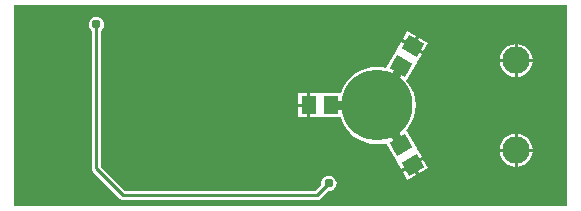
<source format=gbl>
G04 Layer_Physical_Order=2*
G04 Layer_Color=16711680*
%FSLAX23Y23*%
%MOIN*%
G70*
G01*
G75*
%ADD19R,0.051X0.059*%
%ADD23C,0.010*%
%ADD24C,0.091*%
%ADD25C,0.236*%
%ADD26C,0.031*%
G04:AMPARAMS|DCode=27|XSize=51mil|YSize=59mil|CornerRadius=0mil|HoleSize=0mil|Usage=FLASHONLY|Rotation=240.000|XOffset=0mil|YOffset=0mil|HoleType=Round|Shape=Rectangle|*
%AMROTATEDRECTD27*
4,1,4,-0.013,0.037,0.038,0.007,0.013,-0.037,-0.038,-0.007,-0.013,0.037,0.0*
%
%ADD27ROTATEDRECTD27*%

G04:AMPARAMS|DCode=28|XSize=51mil|YSize=59mil|CornerRadius=0mil|HoleSize=0mil|Usage=FLASHONLY|Rotation=120.000|XOffset=0mil|YOffset=0mil|HoleType=Round|Shape=Rectangle|*
%AMROTATEDRECTD28*
4,1,4,0.038,-0.007,-0.013,-0.037,-0.038,0.007,0.013,0.037,0.038,-0.007,0.0*
%
%ADD28ROTATEDRECTD28*%

%ADD29C,0.030*%
G36*
X350Y-335D02*
X-1495D01*
Y335D01*
X350D01*
Y-335D01*
D02*
G37*
%LPC*%
G36*
X234Y-155D02*
X184D01*
Y-205D01*
X193Y-203D01*
X207Y-198D01*
X218Y-189D01*
X227Y-177D01*
X233Y-164D01*
X234Y-155D01*
D02*
G37*
G36*
X174Y-95D02*
X164Y-96D01*
X151Y-101D01*
X139Y-110D01*
X131Y-122D01*
X125Y-135D01*
X124Y-145D01*
X174D01*
Y-95D01*
D02*
G37*
G36*
X184D02*
Y-145D01*
X234D01*
X233Y-135D01*
X227Y-122D01*
X218Y-110D01*
X207Y-101D01*
X193Y-96D01*
X184Y-95D01*
D02*
G37*
G36*
X174Y-155D02*
X124D01*
X125Y-164D01*
X131Y-177D01*
X139Y-189D01*
X151Y-198D01*
X164Y-203D01*
X174Y-205D01*
Y-155D01*
D02*
G37*
G36*
X-1220Y296D02*
X-1227Y295D01*
X-1233Y292D01*
X-1238Y288D01*
X-1242Y283D01*
X-1245Y277D01*
X-1246Y270D01*
X-1245Y263D01*
X-1242Y257D01*
X-1238Y252D01*
X-1235Y249D01*
Y-210D01*
X-1234Y-216D01*
X-1231Y-221D01*
X-1141Y-311D01*
X-1136Y-314D01*
X-1130Y-315D01*
X-485D01*
X-479Y-314D01*
X-474Y-311D01*
X-449Y-285D01*
X-445Y-286D01*
X-438Y-285D01*
X-432Y-282D01*
X-427Y-278D01*
X-423Y-273D01*
X-420Y-267D01*
X-419Y-260D01*
X-420Y-253D01*
X-423Y-247D01*
X-427Y-242D01*
X-432Y-238D01*
X-438Y-235D01*
X-445Y-234D01*
X-452Y-235D01*
X-458Y-238D01*
X-463Y-242D01*
X-467Y-247D01*
X-470Y-253D01*
X-471Y-260D01*
X-470Y-264D01*
X-491Y-285D01*
X-1124D01*
X-1205Y-204D01*
Y249D01*
X-1202Y252D01*
X-1198Y257D01*
X-1195Y263D01*
X-1194Y270D01*
X-1195Y277D01*
X-1198Y283D01*
X-1202Y288D01*
X-1207Y292D01*
X-1213Y295D01*
X-1220Y296D01*
D02*
G37*
G36*
X-168Y-204D02*
X-198Y-221D01*
X-183Y-248D01*
X-153Y-231D01*
X-168Y-204D01*
D02*
G37*
G36*
X-130Y-182D02*
X-159Y-199D01*
X-144Y-226D01*
X-114Y-208D01*
X-130Y-182D01*
D02*
G37*
G36*
X-517Y-5D02*
X-548D01*
Y-40D01*
X-517D01*
Y-5D01*
D02*
G37*
G36*
X184Y205D02*
Y155D01*
X234D01*
X233Y164D01*
X227Y177D01*
X218Y189D01*
X207Y198D01*
X193Y203D01*
X184Y205D01*
D02*
G37*
G36*
X174D02*
X164Y203D01*
X151Y198D01*
X139Y189D01*
X131Y177D01*
X125Y164D01*
X124Y155D01*
X174D01*
Y205D01*
D02*
G37*
G36*
X-183Y248D02*
X-198Y221D01*
X-168Y204D01*
X-153Y231D01*
X-183Y248D01*
D02*
G37*
G36*
X-144Y226D02*
X-159Y199D01*
X-130Y182D01*
X-114Y208D01*
X-144Y226D01*
D02*
G37*
G36*
X174Y145D02*
X124D01*
X125Y135D01*
X131Y122D01*
X139Y110D01*
X151Y101D01*
X164Y96D01*
X174Y95D01*
Y145D01*
D02*
G37*
G36*
X-517Y40D02*
X-548D01*
Y5D01*
X-517D01*
Y40D01*
D02*
G37*
G36*
X-203Y213D02*
X-218Y188D01*
X-220Y183D01*
X-221Y182D01*
X-254Y125D01*
X-264Y127D01*
X-284Y129D01*
X-304Y127D01*
X-324Y122D01*
X-342Y115D01*
X-360Y104D01*
X-375Y91D01*
X-388Y76D01*
X-399Y58D01*
X-406Y40D01*
X-406Y40D01*
X-472D01*
X-473Y40D01*
X-477D01*
X-478Y40D01*
X-507D01*
Y0D01*
Y-40D01*
X-478D01*
X-477Y-40D01*
X-473D01*
X-472Y-40D01*
X-406D01*
X-406Y-40D01*
X-399Y-58D01*
X-388Y-76D01*
X-375Y-91D01*
X-360Y-104D01*
X-342Y-115D01*
X-324Y-122D01*
X-304Y-127D01*
X-284Y-129D01*
X-264Y-127D01*
X-254Y-125D01*
X-221Y-182D01*
X-220Y-183D01*
X-218Y-186D01*
X-218Y-188D01*
X-203Y-213D01*
X-169Y-193D01*
X-135Y-173D01*
X-149Y-148D01*
X-150Y-147D01*
X-152Y-144D01*
X-152Y-142D01*
X-187Y-83D01*
X-180Y-76D01*
X-170Y-58D01*
X-162Y-40D01*
X-157Y-20D01*
X-156Y0D01*
X-157Y20D01*
X-162Y40D01*
X-170Y58D01*
X-180Y76D01*
X-187Y83D01*
X-152Y142D01*
X-150Y147D01*
X-149Y148D01*
X-135Y173D01*
X-169Y193D01*
X-203Y213D01*
D02*
G37*
G36*
X234Y145D02*
X184D01*
Y95D01*
X193Y96D01*
X207Y101D01*
X218Y110D01*
X227Y122D01*
X233Y135D01*
X234Y145D01*
D02*
G37*
%LPD*%
D19*
X-438Y0D02*
D03*
X-512D02*
D03*
D23*
X-485Y-300D02*
X-445Y-260D01*
X-1130Y-300D02*
X-485D01*
X-1220Y-210D02*
X-1130Y-300D01*
X-1220Y-210D02*
Y270D01*
D24*
X179Y-150D02*
D03*
Y150D02*
D03*
D25*
X-284Y0D02*
D03*
D26*
X-430Y-90D02*
D03*
Y90D02*
D03*
X-200Y-300D02*
D03*
Y300D02*
D03*
X100Y0D02*
D03*
Y100D02*
D03*
Y200D02*
D03*
Y300D02*
D03*
Y-100D02*
D03*
Y-200D02*
D03*
Y-300D02*
D03*
X-100Y200D02*
D03*
Y300D02*
D03*
Y-200D02*
D03*
Y-300D02*
D03*
X300Y0D02*
D03*
Y100D02*
D03*
Y200D02*
D03*
Y300D02*
D03*
Y-100D02*
D03*
Y-200D02*
D03*
Y-300D02*
D03*
X0D02*
D03*
Y-200D02*
D03*
Y-100D02*
D03*
Y300D02*
D03*
Y200D02*
D03*
Y100D02*
D03*
Y0D02*
D03*
X-445Y-260D02*
D03*
X-1085Y-160D02*
D03*
X-1270Y-155D02*
D03*
X-1035Y165D02*
D03*
X-935Y-55D02*
D03*
X-930Y-250D02*
D03*
X-565Y-205D02*
D03*
X-570Y-20D02*
D03*
Y145D02*
D03*
Y305D02*
D03*
X-1130Y165D02*
D03*
X-1220Y270D02*
D03*
X-705Y230D02*
D03*
Y65D02*
D03*
Y-100D02*
D03*
Y-200D02*
D03*
D27*
X-166Y197D02*
D03*
X-204Y133D02*
D03*
D28*
Y-133D02*
D03*
X-166Y-197D02*
D03*
D29*
X-284Y0D02*
X-204Y133D01*
X-448Y0D02*
X-438D01*
X-284D01*
X-204Y-133D01*
M02*

</source>
